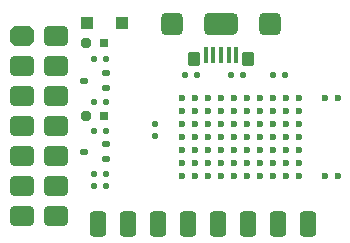
<source format=gbr>
%TF.GenerationSoftware,Altium Limited,Altium Designer,20.2.6 (244)*%
G04 Layer_Color=255*
%FSLAX45Y45*%
%MOMM*%
%TF.SameCoordinates,9E4D4D7D-1FFC-428C-BB03-7E89B6F1CBBC*%
%TF.FilePolarity,Positive*%
%TF.FileFunction,Pads,Top*%
%TF.Part,Single*%
G01*
G75*
%TA.AperFunction,BGAPad,CuDef*%
%ADD10C,0.60000*%
%TA.AperFunction,SMDPad,CuDef*%
G04:AMPARAMS|DCode=11|XSize=0.5mm|YSize=0.6mm|CornerRadius=0.125mm|HoleSize=0mm|Usage=FLASHONLY|Rotation=270.000|XOffset=0mm|YOffset=0mm|HoleType=Round|Shape=RoundedRectangle|*
%AMROUNDEDRECTD11*
21,1,0.50000,0.35000,0,0,270.0*
21,1,0.25000,0.60000,0,0,270.0*
1,1,0.25000,-0.17500,-0.12500*
1,1,0.25000,-0.17500,0.12500*
1,1,0.25000,0.17500,0.12500*
1,1,0.25000,0.17500,-0.12500*
%
%ADD11ROUNDEDRECTD11*%
G04:AMPARAMS|DCode=12|XSize=0.5mm|YSize=0.5mm|CornerRadius=0.125mm|HoleSize=0mm|Usage=FLASHONLY|Rotation=270.000|XOffset=0mm|YOffset=0mm|HoleType=Round|Shape=RoundedRectangle|*
%AMROUNDEDRECTD12*
21,1,0.50000,0.25000,0,0,270.0*
21,1,0.25000,0.50000,0,0,270.0*
1,1,0.25000,-0.12500,-0.12500*
1,1,0.25000,-0.12500,0.12500*
1,1,0.25000,0.12500,0.12500*
1,1,0.25000,0.12500,-0.12500*
%
%ADD12ROUNDEDRECTD12*%
G04:AMPARAMS|DCode=13|XSize=1.4mm|YSize=2.2mm|CornerRadius=0.35mm|HoleSize=0mm|Usage=FLASHONLY|Rotation=0.000|XOffset=0mm|YOffset=0mm|HoleType=Round|Shape=RoundedRectangle|*
%AMROUNDEDRECTD13*
21,1,1.40000,1.50000,0,0,0.0*
21,1,0.70000,2.20000,0,0,0.0*
1,1,0.70000,0.35000,-0.75000*
1,1,0.70000,-0.35000,-0.75000*
1,1,0.70000,-0.35000,0.75000*
1,1,0.70000,0.35000,0.75000*
%
%ADD13ROUNDEDRECTD13*%
%ADD14R,0.38000X1.40000*%
G04:AMPARAMS|DCode=15|XSize=0.38mm|YSize=1.4mm|CornerRadius=0.095mm|HoleSize=0mm|Usage=FLASHONLY|Rotation=180.000|XOffset=0mm|YOffset=0mm|HoleType=Round|Shape=RoundedRectangle|*
%AMROUNDEDRECTD15*
21,1,0.38000,1.21000,0,0,180.0*
21,1,0.19000,1.40000,0,0,180.0*
1,1,0.19000,-0.09500,0.60500*
1,1,0.19000,0.09500,0.60500*
1,1,0.19000,0.09500,-0.60500*
1,1,0.19000,-0.09500,-0.60500*
%
%ADD15ROUNDEDRECTD15*%
G04:AMPARAMS|DCode=16|XSize=2.9mm|YSize=1.9mm|CornerRadius=0.475mm|HoleSize=0mm|Usage=FLASHONLY|Rotation=180.000|XOffset=0mm|YOffset=0mm|HoleType=Round|Shape=RoundedRectangle|*
%AMROUNDEDRECTD16*
21,1,2.90000,0.95000,0,0,180.0*
21,1,1.95000,1.90000,0,0,180.0*
1,1,0.95000,-0.97500,0.47500*
1,1,0.95000,0.97500,0.47500*
1,1,0.95000,0.97500,-0.47500*
1,1,0.95000,-0.97500,-0.47500*
%
%ADD16ROUNDEDRECTD16*%
G04:AMPARAMS|DCode=17|XSize=1.1mm|YSize=1.1mm|CornerRadius=0.275mm|HoleSize=0mm|Usage=FLASHONLY|Rotation=270.000|XOffset=0mm|YOffset=0mm|HoleType=Round|Shape=RoundedRectangle|*
%AMROUNDEDRECTD17*
21,1,1.10000,0.55000,0,0,270.0*
21,1,0.55000,1.10000,0,0,270.0*
1,1,0.55000,-0.27500,-0.27500*
1,1,0.55000,-0.27500,0.27500*
1,1,0.55000,0.27500,0.27500*
1,1,0.55000,0.27500,-0.27500*
%
%ADD17ROUNDEDRECTD17*%
%ADD18R,1.10000X1.10000*%
G04:AMPARAMS|DCode=19|XSize=0.8mm|YSize=0.8mm|CornerRadius=0.2mm|HoleSize=0mm|Usage=FLASHONLY|Rotation=270.000|XOffset=0mm|YOffset=0mm|HoleType=Round|Shape=RoundedRectangle|*
%AMROUNDEDRECTD19*
21,1,0.80000,0.40000,0,0,270.0*
21,1,0.40000,0.80000,0,0,270.0*
1,1,0.40000,-0.20000,-0.20000*
1,1,0.40000,-0.20000,0.20000*
1,1,0.40000,0.20000,0.20000*
1,1,0.40000,0.20000,-0.20000*
%
%ADD19ROUNDEDRECTD19*%
%ADD20R,0.80000X0.80000*%
G04:AMPARAMS|DCode=21|XSize=0.5mm|YSize=0.5mm|CornerRadius=0.125mm|HoleSize=0mm|Usage=FLASHONLY|Rotation=180.000|XOffset=0mm|YOffset=0mm|HoleType=Round|Shape=RoundedRectangle|*
%AMROUNDEDRECTD21*
21,1,0.50000,0.25000,0,0,180.0*
21,1,0.25000,0.50000,0,0,180.0*
1,1,0.25000,-0.12500,0.12500*
1,1,0.25000,0.12500,0.12500*
1,1,0.25000,0.12500,-0.12500*
1,1,0.25000,-0.12500,-0.12500*
%
%ADD21ROUNDEDRECTD21*%
%TA.AperFunction,ComponentPad*%
G04:AMPARAMS|DCode=25|XSize=1.7mm|YSize=2.1mm|CornerRadius=0.425mm|HoleSize=0mm|Usage=FLASHONLY|Rotation=270.000|XOffset=0mm|YOffset=0mm|HoleType=Round|Shape=RoundedRectangle|*
%AMROUNDEDRECTD25*
21,1,1.70000,1.25001,0,0,270.0*
21,1,0.85000,2.10000,0,0,270.0*
1,1,0.85000,-0.62500,-0.42500*
1,1,0.85000,-0.62500,0.42500*
1,1,0.85000,0.62500,0.42500*
1,1,0.85000,0.62500,-0.42500*
%
%ADD25ROUNDEDRECTD25*%
G04:AMPARAMS|DCode=26|XSize=1.7mm|YSize=2.1mm|CornerRadius=0mm|HoleSize=0mm|Usage=FLASHONLY|Rotation=270.000|XOffset=0mm|YOffset=0mm|HoleType=Round|Shape=Octagon|*
%AMOCTAGOND26*
4,1,8,1.05000,0.42500,1.05000,-0.42500,0.62500,-0.85000,-0.62500,-0.85000,-1.05000,-0.42500,-1.05000,0.42500,-0.62500,0.85000,0.62500,0.85000,1.05000,0.42500,0.0*
%
%ADD26OCTAGOND26*%

G04:AMPARAMS|DCode=27|XSize=1.1mm|YSize=1.2mm|CornerRadius=0.275mm|HoleSize=0mm|Usage=FLASHONLY|Rotation=180.000|XOffset=0mm|YOffset=0mm|HoleType=Round|Shape=RoundedRectangle|*
%AMROUNDEDRECTD27*
21,1,1.10000,0.65000,0,0,180.0*
21,1,0.55000,1.20000,0,0,180.0*
1,1,0.55000,-0.27500,0.32500*
1,1,0.55000,0.27500,0.32500*
1,1,0.55000,0.27500,-0.32500*
1,1,0.55000,-0.27500,-0.32500*
%
%ADD27ROUNDEDRECTD27*%
G04:AMPARAMS|DCode=28|XSize=1.9mm|YSize=1.9mm|CornerRadius=0.475mm|HoleSize=0mm|Usage=FLASHONLY|Rotation=180.000|XOffset=0mm|YOffset=0mm|HoleType=Round|Shape=RoundedRectangle|*
%AMROUNDEDRECTD28*
21,1,1.90000,0.95000,0,0,180.0*
21,1,0.95000,1.90000,0,0,180.0*
1,1,0.95000,-0.47500,0.47500*
1,1,0.95000,0.47500,0.47500*
1,1,0.95000,0.47500,-0.47500*
1,1,0.95000,-0.47500,-0.47500*
%
%ADD28ROUNDEDRECTD28*%
D10*
X1540000Y570000D02*
D03*
X1650000D02*
D03*
X1760000D02*
D03*
X1870000D02*
D03*
X1980000D02*
D03*
X2090000D02*
D03*
X2200000D02*
D03*
X2310000D02*
D03*
X2420000D02*
D03*
X2530000D02*
D03*
X2750000D02*
D03*
X2860000D02*
D03*
X1540000Y680000D02*
D03*
X1650000D02*
D03*
X1760000D02*
D03*
X1870000D02*
D03*
X1980000D02*
D03*
X2090000D02*
D03*
X2200000D02*
D03*
X2310000D02*
D03*
X2420000D02*
D03*
X2530000D02*
D03*
X1540000Y790000D02*
D03*
X1650000D02*
D03*
X1760000D02*
D03*
X1870000D02*
D03*
X1980000D02*
D03*
X2090000D02*
D03*
X2200000D02*
D03*
X2310000D02*
D03*
X2420000D02*
D03*
X2530000D02*
D03*
X1540000Y900000D02*
D03*
X1650000D02*
D03*
X1760000D02*
D03*
X1870000D02*
D03*
X1980000D02*
D03*
X2090000D02*
D03*
X2200000D02*
D03*
X2310000D02*
D03*
X2420000D02*
D03*
X2530000D02*
D03*
X1540000Y1010000D02*
D03*
X1650000D02*
D03*
X1760000D02*
D03*
X1870000D02*
D03*
X1980000D02*
D03*
X2090000D02*
D03*
X2200000D02*
D03*
X2310000D02*
D03*
X2420000D02*
D03*
X2530000D02*
D03*
X1540000Y1120000D02*
D03*
X1650000D02*
D03*
X1760000D02*
D03*
X1870000D02*
D03*
X1980000D02*
D03*
X2090000D02*
D03*
X2200000D02*
D03*
X2310000D02*
D03*
X2420000D02*
D03*
X2530000D02*
D03*
X1540000Y1230000D02*
D03*
X1650000D02*
D03*
X1760000D02*
D03*
X1870000D02*
D03*
X1980000D02*
D03*
X2090000D02*
D03*
X2200000D02*
D03*
X2310000D02*
D03*
X2420000D02*
D03*
X2530000D02*
D03*
X2750000D02*
D03*
X2860000D02*
D03*
D11*
X705000Y1380000D02*
D03*
X895000Y1445000D02*
D03*
Y1315000D02*
D03*
X705000Y780000D02*
D03*
X895000Y845000D02*
D03*
Y715000D02*
D03*
D12*
X790000Y1200000D02*
D03*
X890000D02*
D03*
X890000Y1560000D02*
D03*
X790000D02*
D03*
X2410000Y1430000D02*
D03*
X2310000D02*
D03*
X1950000D02*
D03*
X2050000D02*
D03*
X890000Y590000D02*
D03*
X790000D02*
D03*
X890000Y950000D02*
D03*
X790000D02*
D03*
X1660000Y1430000D02*
D03*
X1560000D02*
D03*
X890000Y490000D02*
D03*
X790000D02*
D03*
D13*
X1334000Y170000D02*
D03*
X2350000D02*
D03*
X1080000D02*
D03*
X826000D02*
D03*
X2096000D02*
D03*
X1842000D02*
D03*
X2604000D02*
D03*
X1588000D02*
D03*
D14*
X1737500Y1600000D02*
D03*
D15*
X1802500D02*
D03*
X1867500D02*
D03*
X1932500D02*
D03*
X1997500D02*
D03*
D16*
X1867500Y1860000D02*
D03*
D17*
X730000Y1870000D02*
D03*
D18*
X1030000D02*
D03*
D19*
X720000Y1700000D02*
D03*
Y1080000D02*
D03*
D20*
X880000Y1700000D02*
D03*
Y1080000D02*
D03*
D21*
X1310000Y1010000D02*
D03*
Y910000D02*
D03*
D25*
X474000Y236000D02*
D03*
Y490000D02*
D03*
Y744000D02*
D03*
Y998000D02*
D03*
Y1252000D02*
D03*
Y1506000D02*
D03*
Y1760000D02*
D03*
X180000Y236000D02*
D03*
Y490000D02*
D03*
Y744000D02*
D03*
Y998000D02*
D03*
Y1252000D02*
D03*
Y1506000D02*
D03*
D26*
Y1760000D02*
D03*
D27*
X1637500Y1560000D02*
D03*
X2097500D02*
D03*
D28*
X1450000Y1860000D02*
D03*
X2285000D02*
D03*
%TF.MD5,442c13dc347351f5a805e27ec011059b*%
M02*

</source>
